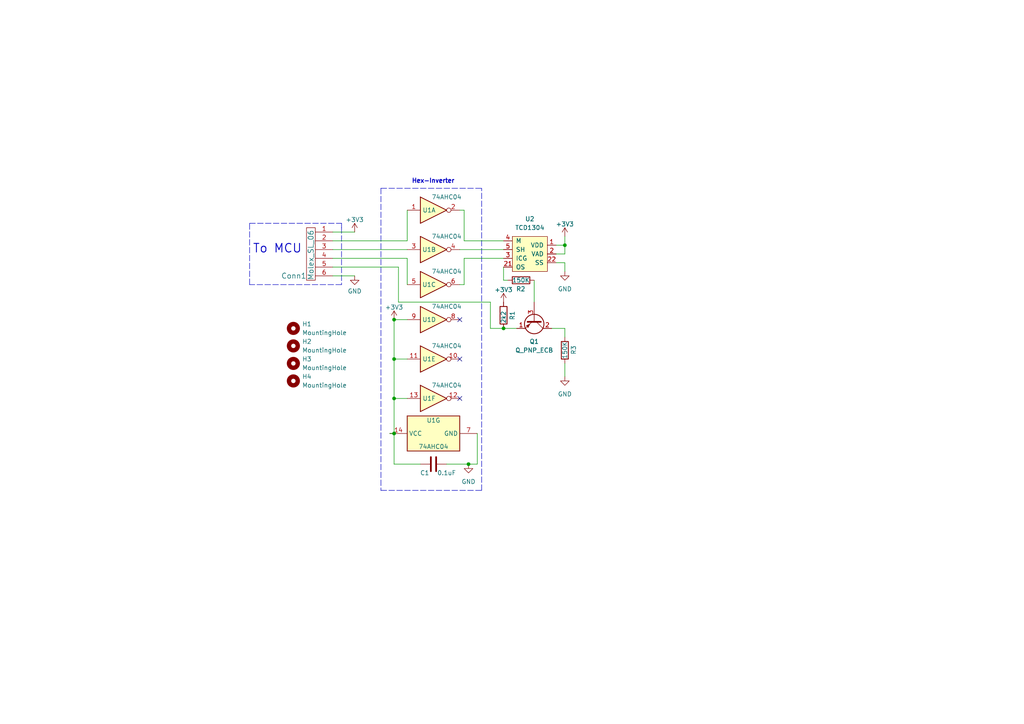
<source format=kicad_sch>
(kicad_sch (version 20211123) (generator eeschema)
  (paper "A4")
  (lib_symbols
    (symbol "74xx:74AHC04"
      (property "Reference" "U" (at 0 1.27 0))
      (property "Value" "74AHC04" (at 0 -1.27 0))
      (symbol "74AHC04_1_0"
        (polyline (pts (xy -3.81 3.81) (xy -3.81 -3.81) (xy 3.81 0) (xy -3.81 3.81)) (stroke (width 0.254)) (fill (type background)))
        (pin input line (at -7.62 0 0) (length 3.81) (name "~") (number "1"))
        (pin output inverted (at 7.62 0 180) (length 3.81) (name "~") (number "2"))
      )
      (symbol "74AHC04_2_0"
        (polyline (pts (xy -3.81 3.81) (xy -3.81 -3.81) (xy 3.81 0) (xy -3.81 3.81)) (stroke (width 0.254)) (fill (type background)))
        (pin input line (at -7.62 0 0) (length 3.81) (name "~") (number "3"))
        (pin output inverted (at 7.62 0 180) (length 3.81) (name "~") (number "4"))
      )
      (symbol "74AHC04_3_0"
        (polyline (pts (xy -3.81 3.81) (xy -3.81 -3.81) (xy 3.81 0) (xy -3.81 3.81)) (stroke (width 0.254)) (fill (type background)))
        (pin input line (at -7.62 0 0) (length 3.81) (name "~") (number "5"))
        (pin output inverted (at 7.62 0 180) (length 3.81) (name "~") (number "6"))
      )
      (symbol "74AHC04_4_0"
        (polyline (pts (xy -3.81 3.81) (xy -3.81 -3.81) (xy 3.81 0) (xy -3.81 3.81)) (stroke (width 0.254)) (fill (type background)))
        (pin output inverted (at 7.62 0 180) (length 3.81) (name "~") (number "8"))
        (pin input line (at -7.62 0 0) (length 3.81) (name "~") (number "9"))
      )
      (symbol "74AHC04_5_0"
        (polyline (pts (xy -3.81 3.81) (xy -3.81 -3.81) (xy 3.81 0) (xy -3.81 3.81)) (stroke (width 0.254)) (fill (type background)))
        (pin output inverted (at 7.62 0 180) (length 3.81) (name "~") (number "10"))
        (pin input line (at -7.62 0 0) (length 3.81) (name "~") (number "11"))
      )
      (symbol "74AHC04_6_0"
        (polyline (pts (xy -3.81 3.81) (xy -3.81 -3.81) (xy 3.81 0) (xy -3.81 3.81)) (stroke (width 0.254)) (fill (type background)))
        (pin output inverted (at 7.62 0 180) (length 3.81) (name "~") (number "12"))
        (pin input line (at -7.62 0 0) (length 3.81) (name "~") (number "13"))
      )
      (symbol "74AHC04_7_0"
        (pin power_in line (at 0 12.7 270) (length 5.08) (name "VCC") (number "14"))
        (pin power_in line (at 0 -12.7 90) (length 5.08) (name "GND") (number "7"))
      )
      (symbol "74AHC04_7_1"
        (rectangle (start -5.08 7.62) (end 5.08 -7.62) (stroke (width 0.254)) (fill (type background)))
      )
    )
    (symbol "Device:C" (pin_numbers hide) (pin_names (offset 0.254))
      (property "Reference" "C" (at 0.635 2.54 0))
      (property "Value" "C" (at 0.635 -2.54 0))
      (symbol "C_0_1"
        (polyline (pts (xy -2.032 -0.762) (xy 2.032 -0.762)) (stroke (width 0.508)))
        (polyline (pts (xy -2.032 0.762) (xy 2.032 0.762)) (stroke (width 0.508)))
      )
      (symbol "C_1_1"
        (pin passive line (at 0 3.81 270) (length 2.794) (name "~") (number "1"))
        (pin passive line (at 0 -3.81 90) (length 2.794) (name "~") (number "2"))
      )
    )
    (symbol "Device:Q_PNP_ECB" (pin_names (offset 0) hide)
      (property "Reference" "Q" (at 5.08 1.27 0))
      (property "Value" "Q_PNP_ECB" (at 5.08 -1.27 0))
      (symbol "Q_PNP_ECB_0_1"
        (polyline (pts (xy 0.635 0.635) (xy 2.54 2.54)))
        (polyline (pts (xy 0.635 -0.635) (xy 2.54 -2.54) (xy 2.54 -2.54)))
        (polyline (pts (xy 0.635 1.905) (xy 0.635 -1.905) (xy 0.635 -1.905)) (stroke (width 0.508)))
        (polyline (pts (xy 2.286 -1.778) (xy 1.778 -2.286) (xy 1.27 -1.27) (xy 2.286 -1.778) (xy 2.286 -1.778)) (fill (type outline)))
        (circle (center 1.27 0) (radius 2.8194) (stroke (width 0.254)))
      )
      (symbol "Q_PNP_ECB_1_1"
        (pin passive line (at 2.54 -5.08 90) (length 2.54) (name "E") (number "1"))
        (pin passive line (at 2.54 5.08 270) (length 2.54) (name "C") (number "2"))
        (pin input line (at -5.08 0 0) (length 5.715) (name "B") (number "3"))
      )
    )
    (symbol "Device:R" (pin_numbers hide) (pin_names (offset 0))
      (property "Reference" "R" (at 2.032 0 90))
      (property "Value" "R" (at 0 0 90))
      (symbol "R_0_1"
        (rectangle (start -1.016 -2.54) (end 1.016 2.54) (stroke (width 0.254)))
      )
      (symbol "R_1_1"
        (pin passive line (at 0 3.81 270) (length 1.27) (name "~") (number "1"))
        (pin passive line (at 0 -3.81 90) (length 1.27) (name "~") (number "2"))
      )
    )
    (symbol "MRDT_Sensors:TCD1304" (pin_names (offset 1.016))
      (property "Reference" "U" (at 8.89 -1.27 0))
      (property "Value" "TCD1304" (at 5.08 11.43 0))
      (symbol "TCD1304_0_1"
        (rectangle (start 10.16 0) (end 0 10.16) (fill (type background)))
      )
      (symbol "TCD1304_1_1"
        (pin input line (at -2.54 7.62 0) (length 2.54) (name "VDD") (number "1"))
        (pin input line (at -2.54 5.08 0) (length 2.54) (name "VAD") (number "2"))
        (pin input line (at 12.7 1.27 180) (length 2.54) (name "OS") (number "21"))
        (pin input line (at -2.54 2.54 0) (length 2.54) (name "SS") (number "22"))
        (pin input line (at 12.7 3.81 180) (length 2.54) (name "ICG") (number "3"))
        (pin input line (at 12.7 8.89 180) (length 2.54) (name "M") (number "4"))
        (pin input line (at 12.7 6.35 180) (length 2.54) (name "SH") (number "5"))
      )
    )
    (symbol "Mechanical:MountingHole" (pin_names (offset 1.016))
      (property "Reference" "H" (at 0 5.08 0))
      (property "Value" "MountingHole" (at 0 3.175 0))
      (symbol "MountingHole_0_1"
        (circle (center 0 0) (radius 1.27) (stroke (width 1.27)))
      )
    )
    (symbol "Molex_SL_06:Molex_SL_06" (pin_names (offset 1.016))
      (property "Reference" "Conn" (at 3.81 -1.27 0))
      (property "Value" "Molex_SL_06" (at 1.27 13.97 0))
      (symbol "Molex_SL_06_0_1"
        (rectangle (start 0 12.7) (end 2.54 -2.54))
      )
      (symbol "Molex_SL_06_1_1"
        (pin input line (at -5.08 11.43 0) (length 5) (name "~") (number "1"))
        (pin input line (at -5.08 8.89 0) (length 5) (name "~") (number "2"))
        (pin input line (at -5.08 6.35 0) (length 5) (name "~") (number "3"))
        (pin input line (at -5.08 3.81 0) (length 5) (name "~") (number "4"))
        (pin input line (at -5.08 1.27 0) (length 5) (name "~") (number "5"))
        (pin input line (at -5.08 -1.27 0) (length 5) (name "") (number "6"))
      )
    )
    (symbol "power:+3V3" (power) (pin_names (offset 0))
      (property "Value" "+3V3" (at 0 3.556 0))
      (symbol "+3V3_0_1"
        (polyline (pts (xy -0.762 1.27) (xy 0 2.54)))
        (polyline (pts (xy 0 0) (xy 0 2.54)))
        (polyline (pts (xy 0 2.54) (xy 0.762 1.27)))
      )
      (symbol "+3V3_1_1"
        (pin power_in line (at 0 0 90) (length 0) hide (name "+3V3") (number "1"))
      )
    )
    (symbol "power:GND" (power) (pin_names (offset 0))
      (property "Value" "GND" (at 0 -3.81 0))
      (symbol "GND_0_1"
        (polyline (pts (xy 0 0) (xy 0 -1.27) (xy 1.27 -1.27) (xy 0 -2.54) (xy -1.27 -1.27) (xy 0 -1.27)))
      )
      (symbol "GND_1_1"
        (pin power_in line (at 0 0 270) (length 0) hide (name "GND") (number "1"))
      )
    )
  )
  (junction (at 114.3 92.71))
  (junction (at 163.83 71.12))
  (junction (at 114.3 115.57))
  (junction (at 114.3 125.73))
  (junction (at 135.89 134.62))
  (junction (at 114.3 104.14))
  (junction (at 146.05 95.25))
  (no_connect (at 133.35 92.71))
  (no_connect (at 133.35 104.14))
  (no_connect (at 133.35 115.57))
  (wire (pts (xy 163.83 76.2) (xy 163.83 78.74)))
  (wire (pts (xy 134.62 60.96) (xy 133.35 60.96)))
  (wire (pts (xy 134.62 74.93) (xy 146.05 74.93)))
  (polyline (pts (xy 99.06 82.55) (xy 72.39 82.55)))
  (wire (pts (xy 163.83 105.41) (xy 163.83 109.22)))
  (wire (pts (xy 134.62 82.55) (xy 134.62 74.93)))
  (wire (pts (xy 113.03 125.73) (xy 114.3 125.73)))
  (wire (pts (xy 138.43 134.62) (xy 135.89 134.62)))
  (wire (pts (xy 163.83 97.79) (xy 163.83 95.25)))
  (wire (pts (xy 114.3 92.71) (xy 118.11 92.71)))
  (wire (pts (xy 134.62 82.55) (xy 133.35 82.55)))
  (wire (pts (xy 114.3 115.57) (xy 114.3 104.14)))
  (wire (pts (xy 96.52 69.85) (xy 118.11 69.85)))
  (wire (pts (xy 133.35 72.39) (xy 146.05 72.39)))
  (wire (pts (xy 134.62 69.85) (xy 146.05 69.85)))
  (wire (pts (xy 115.57 77.47) (xy 96.52 77.47)))
  (wire (pts (xy 142.24 87.63) (xy 142.24 95.25)))
  (polyline (pts (xy 110.49 54.61) (xy 139.7 54.61)))
  (wire (pts (xy 96.52 74.93) (xy 118.11 74.93)))
  (wire (pts (xy 102.87 67.31) (xy 96.52 67.31)))
  (wire (pts (xy 114.3 104.14) (xy 114.3 92.71)))
  (wire (pts (xy 154.94 81.28) (xy 154.94 87.63)))
  (wire (pts (xy 161.29 73.66) (xy 163.83 73.66)))
  (wire (pts (xy 118.11 69.85) (xy 118.11 60.96)))
  (wire (pts (xy 115.57 87.63) (xy 115.57 77.47)))
  (wire (pts (xy 96.52 72.39) (xy 118.11 72.39)))
  (wire (pts (xy 118.11 115.57) (xy 114.3 115.57)))
  (wire (pts (xy 114.3 104.14) (xy 118.11 104.14)))
  (polyline (pts (xy 139.7 142.24) (xy 139.7 54.61)))
  (wire (pts (xy 146.05 81.28) (xy 147.32 81.28)))
  (wire (pts (xy 129.54 134.62) (xy 135.89 134.62)))
  (wire (pts (xy 96.52 80.01) (xy 102.87 80.01)))
  (wire (pts (xy 163.83 95.25) (xy 160.02 95.25)))
  (wire (pts (xy 134.62 60.96) (xy 134.62 69.85)))
  (polyline (pts (xy 110.49 142.24) (xy 139.7 142.24)))
  (wire (pts (xy 138.43 125.73) (xy 138.43 134.62)))
  (wire (pts (xy 115.57 87.63) (xy 142.24 87.63)))
  (wire (pts (xy 163.83 68.58) (xy 163.83 71.12)))
  (wire (pts (xy 161.29 71.12) (xy 163.83 71.12)))
  (wire (pts (xy 142.24 95.25) (xy 146.05 95.25)))
  (wire (pts (xy 114.3 125.73) (xy 114.3 134.62)))
  (wire (pts (xy 114.3 115.57) (xy 114.3 125.73)))
  (wire (pts (xy 146.05 95.25) (xy 149.86 95.25)))
  (wire (pts (xy 161.29 76.2) (xy 163.83 76.2)))
  (polyline (pts (xy 99.06 66.04) (xy 99.06 82.55)))
  (wire (pts (xy 163.83 71.12) (xy 163.83 73.66)))
  (polyline (pts (xy 72.39 64.77) (xy 99.06 64.77)))
  (wire (pts (xy 121.92 134.62) (xy 114.3 134.62)))
  (wire (pts (xy 118.11 74.93) (xy 118.11 82.55)))
  (polyline (pts (xy 99.06 64.77) (xy 99.06 66.04)))
  (polyline (pts (xy 72.39 82.55) (xy 72.39 64.77)))
  (polyline (pts (xy 110.49 54.61) (xy 110.49 142.24)))
  (wire (pts (xy 146.05 77.47) (xy 146.05 81.28)))
  (text "To MCU" (at 87.63 73.66 180) (effects (font (size 2.5 2.5) (thickness 0.254) bold) (justify right bottom)))
  (text "Hex-Inverter" (at 119.38 53.34 0) (effects (font (size 1.27 1.27) bold) (justify left bottom)))
  (symbol (lib_id "power:GND") (at 135.89 134.62 0) (unit 1)
    (property "Reference" "#PWR04" (effects hide))
    (property "Value" "GND" (at 135.89 139.7 0))
  )
  (symbol (lib_id "MRDT_Sensors:TCD1304") (at 158.75 78.74 0) (mirror y) (unit 1)
    (property "Reference" "U2" (at 153.67 63.5 0))
    (property "Value" "TCD1304" (at 153.67 66.04 0))
    (property "Footprint" "MRDT_Sensors:TCD-1304" (effects hide))
  )
  (symbol (lib_id "power:GND") (at 163.83 109.22 0) (mirror y) (unit 1)
    (property "Reference" "#PWR08" (effects hide))
    (property "Value" "GND" (at 163.83 114.3 0))
  )
  (symbol (lib_id "power:GND") (at 102.87 80.01 0) (mirror y) (unit 1)
    (property "Reference" "#PWR02" (effects hide))
    (property "Value" "GND" (at 102.87 84.4534 0))
  )
  (symbol (lib_id "power:GND") (at 163.83 78.74 0) (mirror y) (unit 1)
    (property "Reference" "#PWR07" (effects hide))
    (property "Value" "GND" (at 163.83 83.82 0))
  )
  (symbol (lib_id "Molex_SL_06:Molex_SL_06") (at 91.44 78.74 0) (mirror y) (unit 1)
    (property "Reference" "Conn1" (at 88.9 80.01 0) (effects (font (size 1.524 1.524)) (justify left)))
    (property "Value" "Molex_SL_06" (at 90.17 81.28 90) (effects (font (size 1.524 1.524)) (justify left)))
    (property "Footprint" "Connector_Molex:Molex_SL_171971-0006_1x06_P2.54mm_Vertical" (effects hide))
  )
  (symbol (lib_id "power:+3V3") (at 163.83 68.58 0) (mirror y) (unit 1)
    (property "Reference" "#PWR06" (effects hide))
    (property "Value" "+3V3" (at 163.83 65.0042 0))
  )
  (symbol (lib_id "74xx:74AHC04") (at 125.73 82.55 0) (unit 3)
    (property "Reference" "U1" (at 124.46 82.55 0))
    (property "Value" "74AHC04" (at 129.54 78.74 0))
    (property "Footprint" "Package_SO:SOIC-14_3.9x8.7mm_P1.27mm" (effects hide))
    (property "Datasheet" "https://assets.nexperia.com/documents/data-sheet/74AHC_AHCT04.pdf" (effects hide))
  )
  (symbol (lib_id "74xx:74AHC04") (at 125.73 104.14 0) (unit 5)
    (property "Reference" "U1" (at 124.46 104.14 0))
    (property "Value" "74AHC04" (at 129.54 100.33 0))
    (property "Footprint" "Package_SO:SOIC-14_3.9x8.7mm_P1.27mm" (effects hide))
    (property "Datasheet" "https://assets.nexperia.com/documents/data-sheet/74AHC_AHCT04.pdf" (effects hide))
  )
  (symbol (lib_id "power:+3V3") (at 114.3 92.71 0) (mirror y) (unit 1)
    (property "Reference" "#PWR0101" (effects hide))
    (property "Value" "+3V3" (at 114.3 89.1342 0))
  )
  (symbol (lib_id "power:+3V3") (at 102.87 67.31 0) (mirror y) (unit 1)
    (property "Reference" "#PWR01" (effects hide))
    (property "Value" "+3V3" (at 102.87 63.7342 0))
  )
  (symbol (lib_id "Mechanical:MountingHole") (at 85.09 110.49 0) (unit 1)
    (property "Reference" "H4" (at 87.63 109.2199 0) (effects (justify left)))
    (property "Value" "MountingHole" (at 87.63 111.7599 0) (effects (justify left)))
    (property "Footprint" "MRDT_Drill_Holes:4_40_Hole_Corner" (effects hide))
  )
  (symbol (lib_id "74xx:74AHC04") (at 125.73 60.96 0) (unit 1)
    (property "Reference" "U1" (at 124.46 60.96 0))
    (property "Value" "74AHC04" (at 129.54 57.15 0))
    (property "Footprint" "Package_SO:SOIC-14_3.9x8.7mm_P1.27mm" (effects hide))
    (property "Datasheet" "https://assets.nexperia.com/documents/data-sheet/74AHC_AHCT04.pdf" (effects hide))
  )
  (symbol (lib_id "74xx:74AHC04") (at 125.73 72.39 0) (unit 2)
    (property "Reference" "U1" (at 124.46 72.39 0))
    (property "Value" "74AHC04" (at 129.54 68.58 0))
    (property "Footprint" "Package_SO:SOIC-14_3.9x8.7mm_P1.27mm" (effects hide))
    (property "Datasheet" "https://assets.nexperia.com/documents/data-sheet/74AHC_AHCT04.pdf" (effects hide))
  )
  (symbol (lib_id "power:+3V3") (at 146.05 87.63 0) (mirror y) (unit 1)
    (property "Reference" "#PWR05" (effects hide))
    (property "Value" "+3V3" (at 146.05 84.0542 0))
  )
  (symbol (lib_id "74xx:74AHC04") (at 125.73 92.71 0) (unit 4)
    (property "Reference" "U1" (at 124.46 92.71 0))
    (property "Value" "74AHC04" (at 129.54 88.9 0))
    (property "Footprint" "Package_SO:SOIC-14_3.9x8.7mm_P1.27mm" (effects hide))
    (property "Datasheet" "https://assets.nexperia.com/documents/data-sheet/74AHC_AHCT04.pdf" (effects hide))
  )
  (symbol (lib_id "74xx:74AHC04") (at 125.73 125.73 90) (unit 7)
    (property "Reference" "U1" (at 125.73 121.92 90))
    (property "Value" "74AHC04" (at 125.73 129.54 90))
    (property "Footprint" "Package_SO:SOIC-14_3.9x8.7mm_P1.27mm" (effects hide))
    (property "Datasheet" "https://assets.nexperia.com/documents/data-sheet/74AHC_AHCT04.pdf" (effects hide))
  )
  (symbol (lib_id "74xx:74AHC04") (at 125.73 115.57 0) (unit 6)
    (property "Reference" "U1" (at 124.46 115.57 0))
    (property "Value" "74AHC04" (at 129.54 111.76 0))
    (property "Footprint" "Package_SO:SOIC-14_3.9x8.7mm_P1.27mm" (effects hide))
    (property "Datasheet" "https://assets.nexperia.com/documents/data-sheet/74AHC_AHCT04.pdf" (effects hide))
  )
  (symbol (lib_id "Mechanical:MountingHole") (at 85.09 100.33 0) (unit 1)
    (property "Reference" "H2" (at 87.63 99.0599 0) (effects (justify left)))
    (property "Value" "MountingHole" (at 87.63 101.5999 0) (effects (justify left)))
    (property "Footprint" "MRDT_Drill_Holes:4_40_Hole_Corner" (effects hide))
  )
  (symbol (lib_id "Device:Q_PNP_ECB") (at 154.94 92.71 270) (unit 1)
    (property "Reference" "Q1" (at 154.94 99.06 90))
    (property "Value" "Q_PNP_ECB" (at 154.94 101.6 90))
    (property "Footprint" "Package_TO_SOT_THT:TO-92" (effects hide))
    (property "Datasheet" "https://www.onsemi.cn/pdf/datasheet/ksa1015-d.pdf" (effects hide))
  )
  (symbol (lib_id "Device:R") (at 163.83 101.6 0) (mirror y) (unit 1)
    (property "Reference" "R3" (at 166.37 102.87 90) (effects (justify left)))
    (property "Value" "150K" (at 163.83 104.14 90) (effects (justify left)))
    (property "Footprint" "Resistor_SMD:R_0603_1608Metric" (effects hide))
  )
  (symbol (lib_id "Device:C") (at 125.73 134.62 270) (unit 1)
    (property "Reference" "C1" (at 123.19 137.16 90))
    (property "Value" "0.1uF" (at 129.54 137.16 90))
    (property "Footprint" "Capacitor_SMD:C_0603_1608Metric" (effects hide))
  )
  (symbol (lib_id "Mechanical:MountingHole") (at 85.09 105.41 0) (unit 1)
    (property "Reference" "H3" (at 87.63 104.1399 0) (effects (justify left)))
    (property "Value" "MountingHole" (at 87.63 106.6799 0) (effects (justify left)))
    (property "Footprint" "MRDT_Drill_Holes:4_40_Hole_Corner" (effects hide))
  )
  (symbol (lib_id "Device:R") (at 151.13 81.28 90) (unit 1)
    (property "Reference" "R2" (at 152.4 83.82 90) (effects (justify left)))
    (property "Value" "150K" (at 153.67 81.28 90) (effects (justify left)))
    (property "Footprint" "Resistor_SMD:R_0603_1608Metric" (effects hide))
  )
  (symbol (lib_id "Mechanical:MountingHole") (at 85.09 95.25 0) (unit 1)
    (property "Reference" "H1" (at 87.63 93.9799 0) (effects (justify left)))
    (property "Value" "MountingHole" (at 87.63 96.5199 0) (effects (justify left)))
    (property "Footprint" "MRDT_Drill_Holes:4_40_Hole_Corner" (effects hide))
  )
  (symbol (lib_id "Device:R") (at 146.05 91.44 0) (mirror x) (unit 1)
    (property "Reference" "R1" (at 148.59 90.17 90) (effects (justify left)))
    (property "Value" "2k2" (at 146.05 90.17 90) (effects (justify left)))
    (property "Footprint" "Resistor_SMD:R_0603_1608Metric" (effects hide))
  )
)
</source>
